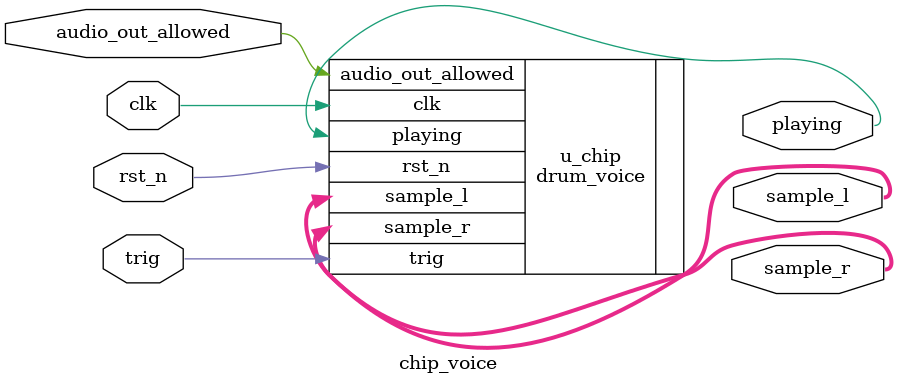
<source format=v>
module chip_voice (
    input  wire        clk,
    input  wire        rst_n,
    input  wire        trig,
    input  wire        audio_out_allowed,
    output wire [15:0] sample_l,
    output wire [15:0] sample_r,
    output wire        playing
);
    drum_voice #(
        .BASE_ADDR (16'd12288),   // chip sample start
        .SAMPLE_LEN(32'd4096)
    ) u_chip (
        .clk               (clk),
        .rst_n             (rst_n),
        .trig              (trig),
        .audio_out_allowed (audio_out_allowed),
        .sample_l          (sample_l),
        .sample_r          (sample_r),
        .playing           (playing)
    );
endmodule

</source>
